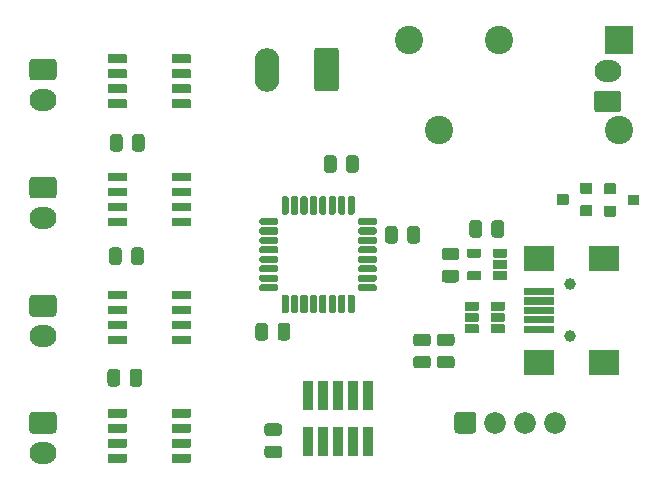
<source format=gbr>
%TF.GenerationSoftware,KiCad,Pcbnew,(5.1.7)-1*%
%TF.CreationDate,2020-10-05T16:07:03+02:00*%
%TF.ProjectId,Templogger,54656d70-6c6f-4676-9765-722e6b696361,rev?*%
%TF.SameCoordinates,Original*%
%TF.FileFunction,Soldermask,Top*%
%TF.FilePolarity,Negative*%
%FSLAX46Y46*%
G04 Gerber Fmt 4.6, Leading zero omitted, Abs format (unit mm)*
G04 Created by KiCad (PCBNEW (5.1.7)-1) date 2020-10-05 16:07:03*
%MOMM*%
%LPD*%
G01*
G04 APERTURE LIST*
%ADD10C,1.840000*%
%ADD11O,2.290000X1.840000*%
%ADD12C,2.400000*%
%ADD13C,1.000000*%
%ADD14O,2.100000X3.700000*%
G04 APERTURE END LIST*
%TO.C,R3*%
G36*
G01*
X134618750Y-104237500D02*
X135581250Y-104237500D01*
G75*
G02*
X135850000Y-104506250I0J-268750D01*
G01*
X135850000Y-105043750D01*
G75*
G02*
X135581250Y-105312500I-268750J0D01*
G01*
X134618750Y-105312500D01*
G75*
G02*
X134350000Y-105043750I0J268750D01*
G01*
X134350000Y-104506250D01*
G75*
G02*
X134618750Y-104237500I268750J0D01*
G01*
G37*
G36*
G01*
X134618750Y-102362500D02*
X135581250Y-102362500D01*
G75*
G02*
X135850000Y-102631250I0J-268750D01*
G01*
X135850000Y-103168750D01*
G75*
G02*
X135581250Y-103437500I-268750J0D01*
G01*
X134618750Y-103437500D01*
G75*
G02*
X134350000Y-103168750I0J268750D01*
G01*
X134350000Y-102631250D01*
G75*
G02*
X134618750Y-102362500I268750J0D01*
G01*
G37*
%TD*%
%TO.C,R2*%
G36*
G01*
X132618750Y-104237500D02*
X133581250Y-104237500D01*
G75*
G02*
X133850000Y-104506250I0J-268750D01*
G01*
X133850000Y-105043750D01*
G75*
G02*
X133581250Y-105312500I-268750J0D01*
G01*
X132618750Y-105312500D01*
G75*
G02*
X132350000Y-105043750I0J268750D01*
G01*
X132350000Y-104506250D01*
G75*
G02*
X132618750Y-104237500I268750J0D01*
G01*
G37*
G36*
G01*
X132618750Y-102362500D02*
X133581250Y-102362500D01*
G75*
G02*
X133850000Y-102631250I0J-268750D01*
G01*
X133850000Y-103168750D01*
G75*
G02*
X133581250Y-103437500I-268750J0D01*
G01*
X132618750Y-103437500D01*
G75*
G02*
X132350000Y-103168750I0J268750D01*
G01*
X132350000Y-102631250D01*
G75*
G02*
X132618750Y-102362500I268750J0D01*
G01*
G37*
%TD*%
D10*
%TO.C,J9*%
X144380000Y-109900000D03*
X141840000Y-109900000D03*
X139300000Y-109900000D03*
G36*
G01*
X135840000Y-110555634D02*
X135840000Y-109244366D01*
G75*
G02*
X136104366Y-108980000I264366J0D01*
G01*
X137415634Y-108980000D01*
G75*
G02*
X137680000Y-109244366I0J-264366D01*
G01*
X137680000Y-110555634D01*
G75*
G02*
X137415634Y-110820000I-264366J0D01*
G01*
X136104366Y-110820000D01*
G75*
G02*
X135840000Y-110555634I0J264366D01*
G01*
G37*
%TD*%
D11*
%TO.C,J8*%
X148800000Y-80160000D03*
G36*
G01*
X149680634Y-83620000D02*
X147919366Y-83620000D01*
G75*
G02*
X147655000Y-83355634I0J264366D01*
G01*
X147655000Y-82044366D01*
G75*
G02*
X147919366Y-81780000I264366J0D01*
G01*
X149680634Y-81780000D01*
G75*
G02*
X149945000Y-82044366I0J-264366D01*
G01*
X149945000Y-83355634D01*
G75*
G02*
X149680634Y-83620000I-264366J0D01*
G01*
G37*
%TD*%
%TO.C,C8*%
G36*
G01*
X107662500Y-95318750D02*
X107662500Y-96281250D01*
G75*
G02*
X107393750Y-96550000I-268750J0D01*
G01*
X106856250Y-96550000D01*
G75*
G02*
X106587500Y-96281250I0J268750D01*
G01*
X106587500Y-95318750D01*
G75*
G02*
X106856250Y-95050000I268750J0D01*
G01*
X107393750Y-95050000D01*
G75*
G02*
X107662500Y-95318750I0J-268750D01*
G01*
G37*
G36*
G01*
X109537500Y-95318750D02*
X109537500Y-96281250D01*
G75*
G02*
X109268750Y-96550000I-268750J0D01*
G01*
X108731250Y-96550000D01*
G75*
G02*
X108462500Y-96281250I0J268750D01*
G01*
X108462500Y-95318750D01*
G75*
G02*
X108731250Y-95050000I268750J0D01*
G01*
X109268750Y-95050000D01*
G75*
G02*
X109537500Y-95318750I0J-268750D01*
G01*
G37*
%TD*%
%TO.C,C7*%
G36*
G01*
X107737500Y-85718750D02*
X107737500Y-86681250D01*
G75*
G02*
X107468750Y-86950000I-268750J0D01*
G01*
X106931250Y-86950000D01*
G75*
G02*
X106662500Y-86681250I0J268750D01*
G01*
X106662500Y-85718750D01*
G75*
G02*
X106931250Y-85450000I268750J0D01*
G01*
X107468750Y-85450000D01*
G75*
G02*
X107737500Y-85718750I0J-268750D01*
G01*
G37*
G36*
G01*
X109612500Y-85718750D02*
X109612500Y-86681250D01*
G75*
G02*
X109343750Y-86950000I-268750J0D01*
G01*
X108806250Y-86950000D01*
G75*
G02*
X108537500Y-86681250I0J268750D01*
G01*
X108537500Y-85718750D01*
G75*
G02*
X108806250Y-85450000I268750J0D01*
G01*
X109343750Y-85450000D01*
G75*
G02*
X109612500Y-85718750I0J-268750D01*
G01*
G37*
%TD*%
%TO.C,C6*%
G36*
G01*
X107537500Y-105618750D02*
X107537500Y-106581250D01*
G75*
G02*
X107268750Y-106850000I-268750J0D01*
G01*
X106731250Y-106850000D01*
G75*
G02*
X106462500Y-106581250I0J268750D01*
G01*
X106462500Y-105618750D01*
G75*
G02*
X106731250Y-105350000I268750J0D01*
G01*
X107268750Y-105350000D01*
G75*
G02*
X107537500Y-105618750I0J-268750D01*
G01*
G37*
G36*
G01*
X109412500Y-105618750D02*
X109412500Y-106581250D01*
G75*
G02*
X109143750Y-106850000I-268750J0D01*
G01*
X108606250Y-106850000D01*
G75*
G02*
X108337500Y-106581250I0J268750D01*
G01*
X108337500Y-105618750D01*
G75*
G02*
X108606250Y-105350000I268750J0D01*
G01*
X109143750Y-105350000D01*
G75*
G02*
X109412500Y-105618750I0J-268750D01*
G01*
G37*
%TD*%
%TO.C,C5*%
G36*
G01*
X120062500Y-101718750D02*
X120062500Y-102681250D01*
G75*
G02*
X119793750Y-102950000I-268750J0D01*
G01*
X119256250Y-102950000D01*
G75*
G02*
X118987500Y-102681250I0J268750D01*
G01*
X118987500Y-101718750D01*
G75*
G02*
X119256250Y-101450000I268750J0D01*
G01*
X119793750Y-101450000D01*
G75*
G02*
X120062500Y-101718750I0J-268750D01*
G01*
G37*
G36*
G01*
X121937500Y-101718750D02*
X121937500Y-102681250D01*
G75*
G02*
X121668750Y-102950000I-268750J0D01*
G01*
X121131250Y-102950000D01*
G75*
G02*
X120862500Y-102681250I0J268750D01*
G01*
X120862500Y-101718750D01*
G75*
G02*
X121131250Y-101450000I268750J0D01*
G01*
X121668750Y-101450000D01*
G75*
G02*
X121937500Y-101718750I0J-268750D01*
G01*
G37*
%TD*%
%TO.C,C4*%
G36*
G01*
X125862500Y-87518750D02*
X125862500Y-88481250D01*
G75*
G02*
X125593750Y-88750000I-268750J0D01*
G01*
X125056250Y-88750000D01*
G75*
G02*
X124787500Y-88481250I0J268750D01*
G01*
X124787500Y-87518750D01*
G75*
G02*
X125056250Y-87250000I268750J0D01*
G01*
X125593750Y-87250000D01*
G75*
G02*
X125862500Y-87518750I0J-268750D01*
G01*
G37*
G36*
G01*
X127737500Y-87518750D02*
X127737500Y-88481250D01*
G75*
G02*
X127468750Y-88750000I-268750J0D01*
G01*
X126931250Y-88750000D01*
G75*
G02*
X126662500Y-88481250I0J268750D01*
G01*
X126662500Y-87518750D01*
G75*
G02*
X126931250Y-87250000I268750J0D01*
G01*
X127468750Y-87250000D01*
G75*
G02*
X127737500Y-87518750I0J-268750D01*
G01*
G37*
%TD*%
%TO.C,U3*%
G36*
G01*
X138080000Y-97125000D02*
X138080000Y-97775000D01*
G75*
G02*
X138030000Y-97825000I-50000J0D01*
G01*
X136970000Y-97825000D01*
G75*
G02*
X136920000Y-97775000I0J50000D01*
G01*
X136920000Y-97125000D01*
G75*
G02*
X136970000Y-97075000I50000J0D01*
G01*
X138030000Y-97075000D01*
G75*
G02*
X138080000Y-97125000I0J-50000D01*
G01*
G37*
G36*
G01*
X138080000Y-95225000D02*
X138080000Y-95875000D01*
G75*
G02*
X138030000Y-95925000I-50000J0D01*
G01*
X136970000Y-95925000D01*
G75*
G02*
X136920000Y-95875000I0J50000D01*
G01*
X136920000Y-95225000D01*
G75*
G02*
X136970000Y-95175000I50000J0D01*
G01*
X138030000Y-95175000D01*
G75*
G02*
X138080000Y-95225000I0J-50000D01*
G01*
G37*
G36*
G01*
X140280000Y-95225000D02*
X140280000Y-95875000D01*
G75*
G02*
X140230000Y-95925000I-50000J0D01*
G01*
X139170000Y-95925000D01*
G75*
G02*
X139120000Y-95875000I0J50000D01*
G01*
X139120000Y-95225000D01*
G75*
G02*
X139170000Y-95175000I50000J0D01*
G01*
X140230000Y-95175000D01*
G75*
G02*
X140280000Y-95225000I0J-50000D01*
G01*
G37*
G36*
G01*
X140280000Y-96175000D02*
X140280000Y-96825000D01*
G75*
G02*
X140230000Y-96875000I-50000J0D01*
G01*
X139170000Y-96875000D01*
G75*
G02*
X139120000Y-96825000I0J50000D01*
G01*
X139120000Y-96175000D01*
G75*
G02*
X139170000Y-96125000I50000J0D01*
G01*
X140230000Y-96125000D01*
G75*
G02*
X140280000Y-96175000I0J-50000D01*
G01*
G37*
G36*
G01*
X140280000Y-97125000D02*
X140280000Y-97775000D01*
G75*
G02*
X140230000Y-97825000I-50000J0D01*
G01*
X139170000Y-97825000D01*
G75*
G02*
X139120000Y-97775000I0J50000D01*
G01*
X139120000Y-97125000D01*
G75*
G02*
X139170000Y-97075000I50000J0D01*
G01*
X140230000Y-97075000D01*
G75*
G02*
X140280000Y-97125000I0J-50000D01*
G01*
G37*
%TD*%
%TO.C,U2*%
G36*
G01*
X138920000Y-101325000D02*
X138920000Y-100675000D01*
G75*
G02*
X138970000Y-100625000I50000J0D01*
G01*
X140030000Y-100625000D01*
G75*
G02*
X140080000Y-100675000I0J-50000D01*
G01*
X140080000Y-101325000D01*
G75*
G02*
X140030000Y-101375000I-50000J0D01*
G01*
X138970000Y-101375000D01*
G75*
G02*
X138920000Y-101325000I0J50000D01*
G01*
G37*
G36*
G01*
X138920000Y-100375000D02*
X138920000Y-99725000D01*
G75*
G02*
X138970000Y-99675000I50000J0D01*
G01*
X140030000Y-99675000D01*
G75*
G02*
X140080000Y-99725000I0J-50000D01*
G01*
X140080000Y-100375000D01*
G75*
G02*
X140030000Y-100425000I-50000J0D01*
G01*
X138970000Y-100425000D01*
G75*
G02*
X138920000Y-100375000I0J50000D01*
G01*
G37*
G36*
G01*
X138920000Y-102275000D02*
X138920000Y-101625000D01*
G75*
G02*
X138970000Y-101575000I50000J0D01*
G01*
X140030000Y-101575000D01*
G75*
G02*
X140080000Y-101625000I0J-50000D01*
G01*
X140080000Y-102275000D01*
G75*
G02*
X140030000Y-102325000I-50000J0D01*
G01*
X138970000Y-102325000D01*
G75*
G02*
X138920000Y-102275000I0J50000D01*
G01*
G37*
G36*
G01*
X136720000Y-102275000D02*
X136720000Y-101625000D01*
G75*
G02*
X136770000Y-101575000I50000J0D01*
G01*
X137830000Y-101575000D01*
G75*
G02*
X137880000Y-101625000I0J-50000D01*
G01*
X137880000Y-102275000D01*
G75*
G02*
X137830000Y-102325000I-50000J0D01*
G01*
X136770000Y-102325000D01*
G75*
G02*
X136720000Y-102275000I0J50000D01*
G01*
G37*
G36*
G01*
X136720000Y-101325000D02*
X136720000Y-100675000D01*
G75*
G02*
X136770000Y-100625000I50000J0D01*
G01*
X137830000Y-100625000D01*
G75*
G02*
X137880000Y-100675000I0J-50000D01*
G01*
X137880000Y-101325000D01*
G75*
G02*
X137830000Y-101375000I-50000J0D01*
G01*
X136770000Y-101375000D01*
G75*
G02*
X136720000Y-101325000I0J50000D01*
G01*
G37*
G36*
G01*
X136720000Y-100375000D02*
X136720000Y-99725000D01*
G75*
G02*
X136770000Y-99675000I50000J0D01*
G01*
X137830000Y-99675000D01*
G75*
G02*
X137880000Y-99725000I0J-50000D01*
G01*
X137880000Y-100375000D01*
G75*
G02*
X137830000Y-100425000I-50000J0D01*
G01*
X136770000Y-100425000D01*
G75*
G02*
X136720000Y-100375000I0J50000D01*
G01*
G37*
%TD*%
%TO.C,U1*%
G36*
G01*
X127825000Y-92575000D02*
X129125000Y-92575000D01*
G75*
G02*
X129275000Y-92725000I0J-150000D01*
G01*
X129275000Y-93025000D01*
G75*
G02*
X129125000Y-93175000I-150000J0D01*
G01*
X127825000Y-93175000D01*
G75*
G02*
X127675000Y-93025000I0J150000D01*
G01*
X127675000Y-92725000D01*
G75*
G02*
X127825000Y-92575000I150000J0D01*
G01*
G37*
G36*
G01*
X127825000Y-93375000D02*
X129125000Y-93375000D01*
G75*
G02*
X129275000Y-93525000I0J-150000D01*
G01*
X129275000Y-93825000D01*
G75*
G02*
X129125000Y-93975000I-150000J0D01*
G01*
X127825000Y-93975000D01*
G75*
G02*
X127675000Y-93825000I0J150000D01*
G01*
X127675000Y-93525000D01*
G75*
G02*
X127825000Y-93375000I150000J0D01*
G01*
G37*
G36*
G01*
X127825000Y-94175000D02*
X129125000Y-94175000D01*
G75*
G02*
X129275000Y-94325000I0J-150000D01*
G01*
X129275000Y-94625000D01*
G75*
G02*
X129125000Y-94775000I-150000J0D01*
G01*
X127825000Y-94775000D01*
G75*
G02*
X127675000Y-94625000I0J150000D01*
G01*
X127675000Y-94325000D01*
G75*
G02*
X127825000Y-94175000I150000J0D01*
G01*
G37*
G36*
G01*
X127825000Y-94975000D02*
X129125000Y-94975000D01*
G75*
G02*
X129275000Y-95125000I0J-150000D01*
G01*
X129275000Y-95425000D01*
G75*
G02*
X129125000Y-95575000I-150000J0D01*
G01*
X127825000Y-95575000D01*
G75*
G02*
X127675000Y-95425000I0J150000D01*
G01*
X127675000Y-95125000D01*
G75*
G02*
X127825000Y-94975000I150000J0D01*
G01*
G37*
G36*
G01*
X127825000Y-95775000D02*
X129125000Y-95775000D01*
G75*
G02*
X129275000Y-95925000I0J-150000D01*
G01*
X129275000Y-96225000D01*
G75*
G02*
X129125000Y-96375000I-150000J0D01*
G01*
X127825000Y-96375000D01*
G75*
G02*
X127675000Y-96225000I0J150000D01*
G01*
X127675000Y-95925000D01*
G75*
G02*
X127825000Y-95775000I150000J0D01*
G01*
G37*
G36*
G01*
X127825000Y-96575000D02*
X129125000Y-96575000D01*
G75*
G02*
X129275000Y-96725000I0J-150000D01*
G01*
X129275000Y-97025000D01*
G75*
G02*
X129125000Y-97175000I-150000J0D01*
G01*
X127825000Y-97175000D01*
G75*
G02*
X127675000Y-97025000I0J150000D01*
G01*
X127675000Y-96725000D01*
G75*
G02*
X127825000Y-96575000I150000J0D01*
G01*
G37*
G36*
G01*
X127825000Y-97375000D02*
X129125000Y-97375000D01*
G75*
G02*
X129275000Y-97525000I0J-150000D01*
G01*
X129275000Y-97825000D01*
G75*
G02*
X129125000Y-97975000I-150000J0D01*
G01*
X127825000Y-97975000D01*
G75*
G02*
X127675000Y-97825000I0J150000D01*
G01*
X127675000Y-97525000D01*
G75*
G02*
X127825000Y-97375000I150000J0D01*
G01*
G37*
G36*
G01*
X127825000Y-98175000D02*
X129125000Y-98175000D01*
G75*
G02*
X129275000Y-98325000I0J-150000D01*
G01*
X129275000Y-98625000D01*
G75*
G02*
X129125000Y-98775000I-150000J0D01*
G01*
X127825000Y-98775000D01*
G75*
G02*
X127675000Y-98625000I0J150000D01*
G01*
X127675000Y-98325000D01*
G75*
G02*
X127825000Y-98175000I150000J0D01*
G01*
G37*
G36*
G01*
X126950000Y-99050000D02*
X127250000Y-99050000D01*
G75*
G02*
X127400000Y-99200000I0J-150000D01*
G01*
X127400000Y-100500000D01*
G75*
G02*
X127250000Y-100650000I-150000J0D01*
G01*
X126950000Y-100650000D01*
G75*
G02*
X126800000Y-100500000I0J150000D01*
G01*
X126800000Y-99200000D01*
G75*
G02*
X126950000Y-99050000I150000J0D01*
G01*
G37*
G36*
G01*
X126150000Y-99050000D02*
X126450000Y-99050000D01*
G75*
G02*
X126600000Y-99200000I0J-150000D01*
G01*
X126600000Y-100500000D01*
G75*
G02*
X126450000Y-100650000I-150000J0D01*
G01*
X126150000Y-100650000D01*
G75*
G02*
X126000000Y-100500000I0J150000D01*
G01*
X126000000Y-99200000D01*
G75*
G02*
X126150000Y-99050000I150000J0D01*
G01*
G37*
G36*
G01*
X125350000Y-99050000D02*
X125650000Y-99050000D01*
G75*
G02*
X125800000Y-99200000I0J-150000D01*
G01*
X125800000Y-100500000D01*
G75*
G02*
X125650000Y-100650000I-150000J0D01*
G01*
X125350000Y-100650000D01*
G75*
G02*
X125200000Y-100500000I0J150000D01*
G01*
X125200000Y-99200000D01*
G75*
G02*
X125350000Y-99050000I150000J0D01*
G01*
G37*
G36*
G01*
X124550000Y-99050000D02*
X124850000Y-99050000D01*
G75*
G02*
X125000000Y-99200000I0J-150000D01*
G01*
X125000000Y-100500000D01*
G75*
G02*
X124850000Y-100650000I-150000J0D01*
G01*
X124550000Y-100650000D01*
G75*
G02*
X124400000Y-100500000I0J150000D01*
G01*
X124400000Y-99200000D01*
G75*
G02*
X124550000Y-99050000I150000J0D01*
G01*
G37*
G36*
G01*
X123750000Y-99050000D02*
X124050000Y-99050000D01*
G75*
G02*
X124200000Y-99200000I0J-150000D01*
G01*
X124200000Y-100500000D01*
G75*
G02*
X124050000Y-100650000I-150000J0D01*
G01*
X123750000Y-100650000D01*
G75*
G02*
X123600000Y-100500000I0J150000D01*
G01*
X123600000Y-99200000D01*
G75*
G02*
X123750000Y-99050000I150000J0D01*
G01*
G37*
G36*
G01*
X122950000Y-99050000D02*
X123250000Y-99050000D01*
G75*
G02*
X123400000Y-99200000I0J-150000D01*
G01*
X123400000Y-100500000D01*
G75*
G02*
X123250000Y-100650000I-150000J0D01*
G01*
X122950000Y-100650000D01*
G75*
G02*
X122800000Y-100500000I0J150000D01*
G01*
X122800000Y-99200000D01*
G75*
G02*
X122950000Y-99050000I150000J0D01*
G01*
G37*
G36*
G01*
X122150000Y-99050000D02*
X122450000Y-99050000D01*
G75*
G02*
X122600000Y-99200000I0J-150000D01*
G01*
X122600000Y-100500000D01*
G75*
G02*
X122450000Y-100650000I-150000J0D01*
G01*
X122150000Y-100650000D01*
G75*
G02*
X122000000Y-100500000I0J150000D01*
G01*
X122000000Y-99200000D01*
G75*
G02*
X122150000Y-99050000I150000J0D01*
G01*
G37*
G36*
G01*
X121350000Y-99050000D02*
X121650000Y-99050000D01*
G75*
G02*
X121800000Y-99200000I0J-150000D01*
G01*
X121800000Y-100500000D01*
G75*
G02*
X121650000Y-100650000I-150000J0D01*
G01*
X121350000Y-100650000D01*
G75*
G02*
X121200000Y-100500000I0J150000D01*
G01*
X121200000Y-99200000D01*
G75*
G02*
X121350000Y-99050000I150000J0D01*
G01*
G37*
G36*
G01*
X119475000Y-98175000D02*
X120775000Y-98175000D01*
G75*
G02*
X120925000Y-98325000I0J-150000D01*
G01*
X120925000Y-98625000D01*
G75*
G02*
X120775000Y-98775000I-150000J0D01*
G01*
X119475000Y-98775000D01*
G75*
G02*
X119325000Y-98625000I0J150000D01*
G01*
X119325000Y-98325000D01*
G75*
G02*
X119475000Y-98175000I150000J0D01*
G01*
G37*
G36*
G01*
X119475000Y-97375000D02*
X120775000Y-97375000D01*
G75*
G02*
X120925000Y-97525000I0J-150000D01*
G01*
X120925000Y-97825000D01*
G75*
G02*
X120775000Y-97975000I-150000J0D01*
G01*
X119475000Y-97975000D01*
G75*
G02*
X119325000Y-97825000I0J150000D01*
G01*
X119325000Y-97525000D01*
G75*
G02*
X119475000Y-97375000I150000J0D01*
G01*
G37*
G36*
G01*
X119475000Y-96575000D02*
X120775000Y-96575000D01*
G75*
G02*
X120925000Y-96725000I0J-150000D01*
G01*
X120925000Y-97025000D01*
G75*
G02*
X120775000Y-97175000I-150000J0D01*
G01*
X119475000Y-97175000D01*
G75*
G02*
X119325000Y-97025000I0J150000D01*
G01*
X119325000Y-96725000D01*
G75*
G02*
X119475000Y-96575000I150000J0D01*
G01*
G37*
G36*
G01*
X119475000Y-95775000D02*
X120775000Y-95775000D01*
G75*
G02*
X120925000Y-95925000I0J-150000D01*
G01*
X120925000Y-96225000D01*
G75*
G02*
X120775000Y-96375000I-150000J0D01*
G01*
X119475000Y-96375000D01*
G75*
G02*
X119325000Y-96225000I0J150000D01*
G01*
X119325000Y-95925000D01*
G75*
G02*
X119475000Y-95775000I150000J0D01*
G01*
G37*
G36*
G01*
X119475000Y-94975000D02*
X120775000Y-94975000D01*
G75*
G02*
X120925000Y-95125000I0J-150000D01*
G01*
X120925000Y-95425000D01*
G75*
G02*
X120775000Y-95575000I-150000J0D01*
G01*
X119475000Y-95575000D01*
G75*
G02*
X119325000Y-95425000I0J150000D01*
G01*
X119325000Y-95125000D01*
G75*
G02*
X119475000Y-94975000I150000J0D01*
G01*
G37*
G36*
G01*
X119475000Y-94175000D02*
X120775000Y-94175000D01*
G75*
G02*
X120925000Y-94325000I0J-150000D01*
G01*
X120925000Y-94625000D01*
G75*
G02*
X120775000Y-94775000I-150000J0D01*
G01*
X119475000Y-94775000D01*
G75*
G02*
X119325000Y-94625000I0J150000D01*
G01*
X119325000Y-94325000D01*
G75*
G02*
X119475000Y-94175000I150000J0D01*
G01*
G37*
G36*
G01*
X119475000Y-93375000D02*
X120775000Y-93375000D01*
G75*
G02*
X120925000Y-93525000I0J-150000D01*
G01*
X120925000Y-93825000D01*
G75*
G02*
X120775000Y-93975000I-150000J0D01*
G01*
X119475000Y-93975000D01*
G75*
G02*
X119325000Y-93825000I0J150000D01*
G01*
X119325000Y-93525000D01*
G75*
G02*
X119475000Y-93375000I150000J0D01*
G01*
G37*
G36*
G01*
X119475000Y-92575000D02*
X120775000Y-92575000D01*
G75*
G02*
X120925000Y-92725000I0J-150000D01*
G01*
X120925000Y-93025000D01*
G75*
G02*
X120775000Y-93175000I-150000J0D01*
G01*
X119475000Y-93175000D01*
G75*
G02*
X119325000Y-93025000I0J150000D01*
G01*
X119325000Y-92725000D01*
G75*
G02*
X119475000Y-92575000I150000J0D01*
G01*
G37*
G36*
G01*
X121350000Y-90700000D02*
X121650000Y-90700000D01*
G75*
G02*
X121800000Y-90850000I0J-150000D01*
G01*
X121800000Y-92150000D01*
G75*
G02*
X121650000Y-92300000I-150000J0D01*
G01*
X121350000Y-92300000D01*
G75*
G02*
X121200000Y-92150000I0J150000D01*
G01*
X121200000Y-90850000D01*
G75*
G02*
X121350000Y-90700000I150000J0D01*
G01*
G37*
G36*
G01*
X122150000Y-90700000D02*
X122450000Y-90700000D01*
G75*
G02*
X122600000Y-90850000I0J-150000D01*
G01*
X122600000Y-92150000D01*
G75*
G02*
X122450000Y-92300000I-150000J0D01*
G01*
X122150000Y-92300000D01*
G75*
G02*
X122000000Y-92150000I0J150000D01*
G01*
X122000000Y-90850000D01*
G75*
G02*
X122150000Y-90700000I150000J0D01*
G01*
G37*
G36*
G01*
X122950000Y-90700000D02*
X123250000Y-90700000D01*
G75*
G02*
X123400000Y-90850000I0J-150000D01*
G01*
X123400000Y-92150000D01*
G75*
G02*
X123250000Y-92300000I-150000J0D01*
G01*
X122950000Y-92300000D01*
G75*
G02*
X122800000Y-92150000I0J150000D01*
G01*
X122800000Y-90850000D01*
G75*
G02*
X122950000Y-90700000I150000J0D01*
G01*
G37*
G36*
G01*
X123750000Y-90700000D02*
X124050000Y-90700000D01*
G75*
G02*
X124200000Y-90850000I0J-150000D01*
G01*
X124200000Y-92150000D01*
G75*
G02*
X124050000Y-92300000I-150000J0D01*
G01*
X123750000Y-92300000D01*
G75*
G02*
X123600000Y-92150000I0J150000D01*
G01*
X123600000Y-90850000D01*
G75*
G02*
X123750000Y-90700000I150000J0D01*
G01*
G37*
G36*
G01*
X124550000Y-90700000D02*
X124850000Y-90700000D01*
G75*
G02*
X125000000Y-90850000I0J-150000D01*
G01*
X125000000Y-92150000D01*
G75*
G02*
X124850000Y-92300000I-150000J0D01*
G01*
X124550000Y-92300000D01*
G75*
G02*
X124400000Y-92150000I0J150000D01*
G01*
X124400000Y-90850000D01*
G75*
G02*
X124550000Y-90700000I150000J0D01*
G01*
G37*
G36*
G01*
X125350000Y-90700000D02*
X125650000Y-90700000D01*
G75*
G02*
X125800000Y-90850000I0J-150000D01*
G01*
X125800000Y-92150000D01*
G75*
G02*
X125650000Y-92300000I-150000J0D01*
G01*
X125350000Y-92300000D01*
G75*
G02*
X125200000Y-92150000I0J150000D01*
G01*
X125200000Y-90850000D01*
G75*
G02*
X125350000Y-90700000I150000J0D01*
G01*
G37*
G36*
G01*
X126150000Y-90700000D02*
X126450000Y-90700000D01*
G75*
G02*
X126600000Y-90850000I0J-150000D01*
G01*
X126600000Y-92150000D01*
G75*
G02*
X126450000Y-92300000I-150000J0D01*
G01*
X126150000Y-92300000D01*
G75*
G02*
X126000000Y-92150000I0J150000D01*
G01*
X126000000Y-90850000D01*
G75*
G02*
X126150000Y-90700000I150000J0D01*
G01*
G37*
G36*
G01*
X126950000Y-90700000D02*
X127250000Y-90700000D01*
G75*
G02*
X127400000Y-90850000I0J-150000D01*
G01*
X127400000Y-92150000D01*
G75*
G02*
X127250000Y-92300000I-150000J0D01*
G01*
X126950000Y-92300000D01*
G75*
G02*
X126800000Y-92150000I0J150000D01*
G01*
X126800000Y-90850000D01*
G75*
G02*
X126950000Y-90700000I150000J0D01*
G01*
G37*
%TD*%
%TO.C,R1*%
G36*
G01*
X131837500Y-94481250D02*
X131837500Y-93518750D01*
G75*
G02*
X132106250Y-93250000I268750J0D01*
G01*
X132643750Y-93250000D01*
G75*
G02*
X132912500Y-93518750I0J-268750D01*
G01*
X132912500Y-94481250D01*
G75*
G02*
X132643750Y-94750000I-268750J0D01*
G01*
X132106250Y-94750000D01*
G75*
G02*
X131837500Y-94481250I0J268750D01*
G01*
G37*
G36*
G01*
X129962500Y-94481250D02*
X129962500Y-93518750D01*
G75*
G02*
X130231250Y-93250000I268750J0D01*
G01*
X130768750Y-93250000D01*
G75*
G02*
X131037500Y-93518750I0J-268750D01*
G01*
X131037500Y-94481250D01*
G75*
G02*
X130768750Y-94750000I-268750J0D01*
G01*
X130231250Y-94750000D01*
G75*
G02*
X129962500Y-94481250I0J268750D01*
G01*
G37*
%TD*%
%TO.C,Q1*%
G36*
G01*
X145500000Y-90600000D02*
X145500000Y-91400000D01*
G75*
G02*
X145450000Y-91450000I-50000J0D01*
G01*
X144550000Y-91450000D01*
G75*
G02*
X144500000Y-91400000I0J50000D01*
G01*
X144500000Y-90600000D01*
G75*
G02*
X144550000Y-90550000I50000J0D01*
G01*
X145450000Y-90550000D01*
G75*
G02*
X145500000Y-90600000I0J-50000D01*
G01*
G37*
G36*
G01*
X147500000Y-89650000D02*
X147500000Y-90450000D01*
G75*
G02*
X147450000Y-90500000I-50000J0D01*
G01*
X146550000Y-90500000D01*
G75*
G02*
X146500000Y-90450000I0J50000D01*
G01*
X146500000Y-89650000D01*
G75*
G02*
X146550000Y-89600000I50000J0D01*
G01*
X147450000Y-89600000D01*
G75*
G02*
X147500000Y-89650000I0J-50000D01*
G01*
G37*
G36*
G01*
X147500000Y-91550000D02*
X147500000Y-92350000D01*
G75*
G02*
X147450000Y-92400000I-50000J0D01*
G01*
X146550000Y-92400000D01*
G75*
G02*
X146500000Y-92350000I0J50000D01*
G01*
X146500000Y-91550000D01*
G75*
G02*
X146550000Y-91500000I50000J0D01*
G01*
X147450000Y-91500000D01*
G75*
G02*
X147500000Y-91550000I0J-50000D01*
G01*
G37*
%TD*%
D12*
%TO.C,K1*%
X149780000Y-85120000D03*
X134540000Y-85120000D03*
X132000000Y-77500000D03*
X139620000Y-77500000D03*
G36*
G01*
X148580000Y-78650000D02*
X148580000Y-76350000D01*
G75*
G02*
X148630000Y-76300000I50000J0D01*
G01*
X150930000Y-76300000D01*
G75*
G02*
X150980000Y-76350000I0J-50000D01*
G01*
X150980000Y-78650000D01*
G75*
G02*
X150930000Y-78700000I-50000J0D01*
G01*
X148630000Y-78700000D01*
G75*
G02*
X148580000Y-78650000I0J50000D01*
G01*
G37*
%TD*%
D13*
%TO.C,J7*%
X145600000Y-98200000D03*
X145600000Y-102600000D03*
G36*
G01*
X144250000Y-99100000D02*
X141750000Y-99100000D01*
G75*
G02*
X141700000Y-99050000I0J50000D01*
G01*
X141700000Y-98550000D01*
G75*
G02*
X141750000Y-98500000I50000J0D01*
G01*
X144250000Y-98500000D01*
G75*
G02*
X144300000Y-98550000I0J-50000D01*
G01*
X144300000Y-99050000D01*
G75*
G02*
X144250000Y-99100000I-50000J0D01*
G01*
G37*
G36*
G01*
X144250000Y-99900000D02*
X141750000Y-99900000D01*
G75*
G02*
X141700000Y-99850000I0J50000D01*
G01*
X141700000Y-99350000D01*
G75*
G02*
X141750000Y-99300000I50000J0D01*
G01*
X144250000Y-99300000D01*
G75*
G02*
X144300000Y-99350000I0J-50000D01*
G01*
X144300000Y-99850000D01*
G75*
G02*
X144250000Y-99900000I-50000J0D01*
G01*
G37*
G36*
G01*
X144250000Y-100700000D02*
X141750000Y-100700000D01*
G75*
G02*
X141700000Y-100650000I0J50000D01*
G01*
X141700000Y-100150000D01*
G75*
G02*
X141750000Y-100100000I50000J0D01*
G01*
X144250000Y-100100000D01*
G75*
G02*
X144300000Y-100150000I0J-50000D01*
G01*
X144300000Y-100650000D01*
G75*
G02*
X144250000Y-100700000I-50000J0D01*
G01*
G37*
G36*
G01*
X144250000Y-101500000D02*
X141750000Y-101500000D01*
G75*
G02*
X141700000Y-101450000I0J50000D01*
G01*
X141700000Y-100950000D01*
G75*
G02*
X141750000Y-100900000I50000J0D01*
G01*
X144250000Y-100900000D01*
G75*
G02*
X144300000Y-100950000I0J-50000D01*
G01*
X144300000Y-101450000D01*
G75*
G02*
X144250000Y-101500000I-50000J0D01*
G01*
G37*
G36*
G01*
X144250000Y-102300000D02*
X141750000Y-102300000D01*
G75*
G02*
X141700000Y-102250000I0J50000D01*
G01*
X141700000Y-101750000D01*
G75*
G02*
X141750000Y-101700000I50000J0D01*
G01*
X144250000Y-101700000D01*
G75*
G02*
X144300000Y-101750000I0J-50000D01*
G01*
X144300000Y-102250000D01*
G75*
G02*
X144250000Y-102300000I-50000J0D01*
G01*
G37*
G36*
G01*
X144250000Y-97050000D02*
X141750000Y-97050000D01*
G75*
G02*
X141700000Y-97000000I0J50000D01*
G01*
X141700000Y-95000000D01*
G75*
G02*
X141750000Y-94950000I50000J0D01*
G01*
X144250000Y-94950000D01*
G75*
G02*
X144300000Y-95000000I0J-50000D01*
G01*
X144300000Y-97000000D01*
G75*
G02*
X144250000Y-97050000I-50000J0D01*
G01*
G37*
G36*
G01*
X144250000Y-105850000D02*
X141750000Y-105850000D01*
G75*
G02*
X141700000Y-105800000I0J50000D01*
G01*
X141700000Y-103800000D01*
G75*
G02*
X141750000Y-103750000I50000J0D01*
G01*
X144250000Y-103750000D01*
G75*
G02*
X144300000Y-103800000I0J-50000D01*
G01*
X144300000Y-105800000D01*
G75*
G02*
X144250000Y-105850000I-50000J0D01*
G01*
G37*
G36*
G01*
X149750000Y-97050000D02*
X147250000Y-97050000D01*
G75*
G02*
X147200000Y-97000000I0J50000D01*
G01*
X147200000Y-95000000D01*
G75*
G02*
X147250000Y-94950000I50000J0D01*
G01*
X149750000Y-94950000D01*
G75*
G02*
X149800000Y-95000000I0J-50000D01*
G01*
X149800000Y-97000000D01*
G75*
G02*
X149750000Y-97050000I-50000J0D01*
G01*
G37*
G36*
G01*
X149750000Y-105850000D02*
X147250000Y-105850000D01*
G75*
G02*
X147200000Y-105800000I0J50000D01*
G01*
X147200000Y-103800000D01*
G75*
G02*
X147250000Y-103750000I50000J0D01*
G01*
X149750000Y-103750000D01*
G75*
G02*
X149800000Y-103800000I0J-50000D01*
G01*
X149800000Y-105800000D01*
G75*
G02*
X149750000Y-105850000I-50000J0D01*
G01*
G37*
%TD*%
%TO.C,J6*%
G36*
G01*
X123090000Y-110250000D02*
X123830000Y-110250000D01*
G75*
G02*
X123880000Y-110300000I0J-50000D01*
G01*
X123880000Y-112700000D01*
G75*
G02*
X123830000Y-112750000I-50000J0D01*
G01*
X123090000Y-112750000D01*
G75*
G02*
X123040000Y-112700000I0J50000D01*
G01*
X123040000Y-110300000D01*
G75*
G02*
X123090000Y-110250000I50000J0D01*
G01*
G37*
G36*
G01*
X123090000Y-106350000D02*
X123830000Y-106350000D01*
G75*
G02*
X123880000Y-106400000I0J-50000D01*
G01*
X123880000Y-108800000D01*
G75*
G02*
X123830000Y-108850000I-50000J0D01*
G01*
X123090000Y-108850000D01*
G75*
G02*
X123040000Y-108800000I0J50000D01*
G01*
X123040000Y-106400000D01*
G75*
G02*
X123090000Y-106350000I50000J0D01*
G01*
G37*
G36*
G01*
X124360000Y-110250000D02*
X125100000Y-110250000D01*
G75*
G02*
X125150000Y-110300000I0J-50000D01*
G01*
X125150000Y-112700000D01*
G75*
G02*
X125100000Y-112750000I-50000J0D01*
G01*
X124360000Y-112750000D01*
G75*
G02*
X124310000Y-112700000I0J50000D01*
G01*
X124310000Y-110300000D01*
G75*
G02*
X124360000Y-110250000I50000J0D01*
G01*
G37*
G36*
G01*
X124360000Y-106350000D02*
X125100000Y-106350000D01*
G75*
G02*
X125150000Y-106400000I0J-50000D01*
G01*
X125150000Y-108800000D01*
G75*
G02*
X125100000Y-108850000I-50000J0D01*
G01*
X124360000Y-108850000D01*
G75*
G02*
X124310000Y-108800000I0J50000D01*
G01*
X124310000Y-106400000D01*
G75*
G02*
X124360000Y-106350000I50000J0D01*
G01*
G37*
G36*
G01*
X125630000Y-110250000D02*
X126370000Y-110250000D01*
G75*
G02*
X126420000Y-110300000I0J-50000D01*
G01*
X126420000Y-112700000D01*
G75*
G02*
X126370000Y-112750000I-50000J0D01*
G01*
X125630000Y-112750000D01*
G75*
G02*
X125580000Y-112700000I0J50000D01*
G01*
X125580000Y-110300000D01*
G75*
G02*
X125630000Y-110250000I50000J0D01*
G01*
G37*
G36*
G01*
X125630000Y-106350000D02*
X126370000Y-106350000D01*
G75*
G02*
X126420000Y-106400000I0J-50000D01*
G01*
X126420000Y-108800000D01*
G75*
G02*
X126370000Y-108850000I-50000J0D01*
G01*
X125630000Y-108850000D01*
G75*
G02*
X125580000Y-108800000I0J50000D01*
G01*
X125580000Y-106400000D01*
G75*
G02*
X125630000Y-106350000I50000J0D01*
G01*
G37*
G36*
G01*
X126900000Y-110250000D02*
X127640000Y-110250000D01*
G75*
G02*
X127690000Y-110300000I0J-50000D01*
G01*
X127690000Y-112700000D01*
G75*
G02*
X127640000Y-112750000I-50000J0D01*
G01*
X126900000Y-112750000D01*
G75*
G02*
X126850000Y-112700000I0J50000D01*
G01*
X126850000Y-110300000D01*
G75*
G02*
X126900000Y-110250000I50000J0D01*
G01*
G37*
G36*
G01*
X126900000Y-106350000D02*
X127640000Y-106350000D01*
G75*
G02*
X127690000Y-106400000I0J-50000D01*
G01*
X127690000Y-108800000D01*
G75*
G02*
X127640000Y-108850000I-50000J0D01*
G01*
X126900000Y-108850000D01*
G75*
G02*
X126850000Y-108800000I0J50000D01*
G01*
X126850000Y-106400000D01*
G75*
G02*
X126900000Y-106350000I50000J0D01*
G01*
G37*
G36*
G01*
X128170000Y-110250000D02*
X128910000Y-110250000D01*
G75*
G02*
X128960000Y-110300000I0J-50000D01*
G01*
X128960000Y-112700000D01*
G75*
G02*
X128910000Y-112750000I-50000J0D01*
G01*
X128170000Y-112750000D01*
G75*
G02*
X128120000Y-112700000I0J50000D01*
G01*
X128120000Y-110300000D01*
G75*
G02*
X128170000Y-110250000I50000J0D01*
G01*
G37*
G36*
G01*
X128170000Y-106350000D02*
X128910000Y-106350000D01*
G75*
G02*
X128960000Y-106400000I0J-50000D01*
G01*
X128960000Y-108800000D01*
G75*
G02*
X128910000Y-108850000I-50000J0D01*
G01*
X128170000Y-108850000D01*
G75*
G02*
X128120000Y-108800000I0J50000D01*
G01*
X128120000Y-106400000D01*
G75*
G02*
X128170000Y-106350000I50000J0D01*
G01*
G37*
%TD*%
D14*
%TO.C,J5*%
X120000000Y-80000000D03*
G36*
G01*
X126050000Y-78412500D02*
X126050000Y-81587500D01*
G75*
G02*
X125787500Y-81850000I-262500J0D01*
G01*
X124212500Y-81850000D01*
G75*
G02*
X123950000Y-81587500I0J262500D01*
G01*
X123950000Y-78412500D01*
G75*
G02*
X124212500Y-78150000I262500J0D01*
G01*
X125787500Y-78150000D01*
G75*
G02*
X126050000Y-78412500I0J-262500D01*
G01*
G37*
%TD*%
D11*
%TO.C,J4*%
X101000000Y-112440000D03*
G36*
G01*
X100119366Y-108980000D02*
X101880634Y-108980000D01*
G75*
G02*
X102145000Y-109244366I0J-264366D01*
G01*
X102145000Y-110555634D01*
G75*
G02*
X101880634Y-110820000I-264366J0D01*
G01*
X100119366Y-110820000D01*
G75*
G02*
X99855000Y-110555634I0J264366D01*
G01*
X99855000Y-109244366D01*
G75*
G02*
X100119366Y-108980000I264366J0D01*
G01*
G37*
%TD*%
%TO.C,J3*%
X101000000Y-102540000D03*
G36*
G01*
X100119366Y-99080000D02*
X101880634Y-99080000D01*
G75*
G02*
X102145000Y-99344366I0J-264366D01*
G01*
X102145000Y-100655634D01*
G75*
G02*
X101880634Y-100920000I-264366J0D01*
G01*
X100119366Y-100920000D01*
G75*
G02*
X99855000Y-100655634I0J264366D01*
G01*
X99855000Y-99344366D01*
G75*
G02*
X100119366Y-99080000I264366J0D01*
G01*
G37*
%TD*%
%TO.C,J2*%
X101000000Y-92540000D03*
G36*
G01*
X100119366Y-89080000D02*
X101880634Y-89080000D01*
G75*
G02*
X102145000Y-89344366I0J-264366D01*
G01*
X102145000Y-90655634D01*
G75*
G02*
X101880634Y-90920000I-264366J0D01*
G01*
X100119366Y-90920000D01*
G75*
G02*
X99855000Y-90655634I0J264366D01*
G01*
X99855000Y-89344366D01*
G75*
G02*
X100119366Y-89080000I264366J0D01*
G01*
G37*
%TD*%
%TO.C,J1*%
X101000000Y-82540000D03*
G36*
G01*
X100119366Y-79080000D02*
X101880634Y-79080000D01*
G75*
G02*
X102145000Y-79344366I0J-264366D01*
G01*
X102145000Y-80655634D01*
G75*
G02*
X101880634Y-80920000I-264366J0D01*
G01*
X100119366Y-80920000D01*
G75*
G02*
X99855000Y-80655634I0J264366D01*
G01*
X99855000Y-79344366D01*
G75*
G02*
X100119366Y-79080000I264366J0D01*
G01*
G37*
%TD*%
%TO.C,IC4*%
G36*
G01*
X113474500Y-109470000D02*
X111949500Y-109470000D01*
G75*
G02*
X111899500Y-109420000I0J50000D01*
G01*
X111899500Y-108770000D01*
G75*
G02*
X111949500Y-108720000I50000J0D01*
G01*
X113474500Y-108720000D01*
G75*
G02*
X113524500Y-108770000I0J-50000D01*
G01*
X113524500Y-109420000D01*
G75*
G02*
X113474500Y-109470000I-50000J0D01*
G01*
G37*
G36*
G01*
X113474500Y-110740000D02*
X111949500Y-110740000D01*
G75*
G02*
X111899500Y-110690000I0J50000D01*
G01*
X111899500Y-110040000D01*
G75*
G02*
X111949500Y-109990000I50000J0D01*
G01*
X113474500Y-109990000D01*
G75*
G02*
X113524500Y-110040000I0J-50000D01*
G01*
X113524500Y-110690000D01*
G75*
G02*
X113474500Y-110740000I-50000J0D01*
G01*
G37*
G36*
G01*
X113474500Y-112010000D02*
X111949500Y-112010000D01*
G75*
G02*
X111899500Y-111960000I0J50000D01*
G01*
X111899500Y-111310000D01*
G75*
G02*
X111949500Y-111260000I50000J0D01*
G01*
X113474500Y-111260000D01*
G75*
G02*
X113524500Y-111310000I0J-50000D01*
G01*
X113524500Y-111960000D01*
G75*
G02*
X113474500Y-112010000I-50000J0D01*
G01*
G37*
G36*
G01*
X113474500Y-113280000D02*
X111949500Y-113280000D01*
G75*
G02*
X111899500Y-113230000I0J50000D01*
G01*
X111899500Y-112580000D01*
G75*
G02*
X111949500Y-112530000I50000J0D01*
G01*
X113474500Y-112530000D01*
G75*
G02*
X113524500Y-112580000I0J-50000D01*
G01*
X113524500Y-113230000D01*
G75*
G02*
X113474500Y-113280000I-50000J0D01*
G01*
G37*
G36*
G01*
X108050500Y-113280000D02*
X106525500Y-113280000D01*
G75*
G02*
X106475500Y-113230000I0J50000D01*
G01*
X106475500Y-112580000D01*
G75*
G02*
X106525500Y-112530000I50000J0D01*
G01*
X108050500Y-112530000D01*
G75*
G02*
X108100500Y-112580000I0J-50000D01*
G01*
X108100500Y-113230000D01*
G75*
G02*
X108050500Y-113280000I-50000J0D01*
G01*
G37*
G36*
G01*
X108050500Y-112010000D02*
X106525500Y-112010000D01*
G75*
G02*
X106475500Y-111960000I0J50000D01*
G01*
X106475500Y-111310000D01*
G75*
G02*
X106525500Y-111260000I50000J0D01*
G01*
X108050500Y-111260000D01*
G75*
G02*
X108100500Y-111310000I0J-50000D01*
G01*
X108100500Y-111960000D01*
G75*
G02*
X108050500Y-112010000I-50000J0D01*
G01*
G37*
G36*
G01*
X108050500Y-110740000D02*
X106525500Y-110740000D01*
G75*
G02*
X106475500Y-110690000I0J50000D01*
G01*
X106475500Y-110040000D01*
G75*
G02*
X106525500Y-109990000I50000J0D01*
G01*
X108050500Y-109990000D01*
G75*
G02*
X108100500Y-110040000I0J-50000D01*
G01*
X108100500Y-110690000D01*
G75*
G02*
X108050500Y-110740000I-50000J0D01*
G01*
G37*
G36*
G01*
X108050500Y-109470000D02*
X106525500Y-109470000D01*
G75*
G02*
X106475500Y-109420000I0J50000D01*
G01*
X106475500Y-108770000D01*
G75*
G02*
X106525500Y-108720000I50000J0D01*
G01*
X108050500Y-108720000D01*
G75*
G02*
X108100500Y-108770000I0J-50000D01*
G01*
X108100500Y-109420000D01*
G75*
G02*
X108050500Y-109470000I-50000J0D01*
G01*
G37*
%TD*%
%TO.C,IC3*%
G36*
G01*
X113474500Y-99470000D02*
X111949500Y-99470000D01*
G75*
G02*
X111899500Y-99420000I0J50000D01*
G01*
X111899500Y-98770000D01*
G75*
G02*
X111949500Y-98720000I50000J0D01*
G01*
X113474500Y-98720000D01*
G75*
G02*
X113524500Y-98770000I0J-50000D01*
G01*
X113524500Y-99420000D01*
G75*
G02*
X113474500Y-99470000I-50000J0D01*
G01*
G37*
G36*
G01*
X113474500Y-100740000D02*
X111949500Y-100740000D01*
G75*
G02*
X111899500Y-100690000I0J50000D01*
G01*
X111899500Y-100040000D01*
G75*
G02*
X111949500Y-99990000I50000J0D01*
G01*
X113474500Y-99990000D01*
G75*
G02*
X113524500Y-100040000I0J-50000D01*
G01*
X113524500Y-100690000D01*
G75*
G02*
X113474500Y-100740000I-50000J0D01*
G01*
G37*
G36*
G01*
X113474500Y-102010000D02*
X111949500Y-102010000D01*
G75*
G02*
X111899500Y-101960000I0J50000D01*
G01*
X111899500Y-101310000D01*
G75*
G02*
X111949500Y-101260000I50000J0D01*
G01*
X113474500Y-101260000D01*
G75*
G02*
X113524500Y-101310000I0J-50000D01*
G01*
X113524500Y-101960000D01*
G75*
G02*
X113474500Y-102010000I-50000J0D01*
G01*
G37*
G36*
G01*
X113474500Y-103280000D02*
X111949500Y-103280000D01*
G75*
G02*
X111899500Y-103230000I0J50000D01*
G01*
X111899500Y-102580000D01*
G75*
G02*
X111949500Y-102530000I50000J0D01*
G01*
X113474500Y-102530000D01*
G75*
G02*
X113524500Y-102580000I0J-50000D01*
G01*
X113524500Y-103230000D01*
G75*
G02*
X113474500Y-103280000I-50000J0D01*
G01*
G37*
G36*
G01*
X108050500Y-103280000D02*
X106525500Y-103280000D01*
G75*
G02*
X106475500Y-103230000I0J50000D01*
G01*
X106475500Y-102580000D01*
G75*
G02*
X106525500Y-102530000I50000J0D01*
G01*
X108050500Y-102530000D01*
G75*
G02*
X108100500Y-102580000I0J-50000D01*
G01*
X108100500Y-103230000D01*
G75*
G02*
X108050500Y-103280000I-50000J0D01*
G01*
G37*
G36*
G01*
X108050500Y-102010000D02*
X106525500Y-102010000D01*
G75*
G02*
X106475500Y-101960000I0J50000D01*
G01*
X106475500Y-101310000D01*
G75*
G02*
X106525500Y-101260000I50000J0D01*
G01*
X108050500Y-101260000D01*
G75*
G02*
X108100500Y-101310000I0J-50000D01*
G01*
X108100500Y-101960000D01*
G75*
G02*
X108050500Y-102010000I-50000J0D01*
G01*
G37*
G36*
G01*
X108050500Y-100740000D02*
X106525500Y-100740000D01*
G75*
G02*
X106475500Y-100690000I0J50000D01*
G01*
X106475500Y-100040000D01*
G75*
G02*
X106525500Y-99990000I50000J0D01*
G01*
X108050500Y-99990000D01*
G75*
G02*
X108100500Y-100040000I0J-50000D01*
G01*
X108100500Y-100690000D01*
G75*
G02*
X108050500Y-100740000I-50000J0D01*
G01*
G37*
G36*
G01*
X108050500Y-99470000D02*
X106525500Y-99470000D01*
G75*
G02*
X106475500Y-99420000I0J50000D01*
G01*
X106475500Y-98770000D01*
G75*
G02*
X106525500Y-98720000I50000J0D01*
G01*
X108050500Y-98720000D01*
G75*
G02*
X108100500Y-98770000I0J-50000D01*
G01*
X108100500Y-99420000D01*
G75*
G02*
X108050500Y-99470000I-50000J0D01*
G01*
G37*
%TD*%
%TO.C,IC2*%
G36*
G01*
X113474500Y-89470000D02*
X111949500Y-89470000D01*
G75*
G02*
X111899500Y-89420000I0J50000D01*
G01*
X111899500Y-88770000D01*
G75*
G02*
X111949500Y-88720000I50000J0D01*
G01*
X113474500Y-88720000D01*
G75*
G02*
X113524500Y-88770000I0J-50000D01*
G01*
X113524500Y-89420000D01*
G75*
G02*
X113474500Y-89470000I-50000J0D01*
G01*
G37*
G36*
G01*
X113474500Y-90740000D02*
X111949500Y-90740000D01*
G75*
G02*
X111899500Y-90690000I0J50000D01*
G01*
X111899500Y-90040000D01*
G75*
G02*
X111949500Y-89990000I50000J0D01*
G01*
X113474500Y-89990000D01*
G75*
G02*
X113524500Y-90040000I0J-50000D01*
G01*
X113524500Y-90690000D01*
G75*
G02*
X113474500Y-90740000I-50000J0D01*
G01*
G37*
G36*
G01*
X113474500Y-92010000D02*
X111949500Y-92010000D01*
G75*
G02*
X111899500Y-91960000I0J50000D01*
G01*
X111899500Y-91310000D01*
G75*
G02*
X111949500Y-91260000I50000J0D01*
G01*
X113474500Y-91260000D01*
G75*
G02*
X113524500Y-91310000I0J-50000D01*
G01*
X113524500Y-91960000D01*
G75*
G02*
X113474500Y-92010000I-50000J0D01*
G01*
G37*
G36*
G01*
X113474500Y-93280000D02*
X111949500Y-93280000D01*
G75*
G02*
X111899500Y-93230000I0J50000D01*
G01*
X111899500Y-92580000D01*
G75*
G02*
X111949500Y-92530000I50000J0D01*
G01*
X113474500Y-92530000D01*
G75*
G02*
X113524500Y-92580000I0J-50000D01*
G01*
X113524500Y-93230000D01*
G75*
G02*
X113474500Y-93280000I-50000J0D01*
G01*
G37*
G36*
G01*
X108050500Y-93280000D02*
X106525500Y-93280000D01*
G75*
G02*
X106475500Y-93230000I0J50000D01*
G01*
X106475500Y-92580000D01*
G75*
G02*
X106525500Y-92530000I50000J0D01*
G01*
X108050500Y-92530000D01*
G75*
G02*
X108100500Y-92580000I0J-50000D01*
G01*
X108100500Y-93230000D01*
G75*
G02*
X108050500Y-93280000I-50000J0D01*
G01*
G37*
G36*
G01*
X108050500Y-92010000D02*
X106525500Y-92010000D01*
G75*
G02*
X106475500Y-91960000I0J50000D01*
G01*
X106475500Y-91310000D01*
G75*
G02*
X106525500Y-91260000I50000J0D01*
G01*
X108050500Y-91260000D01*
G75*
G02*
X108100500Y-91310000I0J-50000D01*
G01*
X108100500Y-91960000D01*
G75*
G02*
X108050500Y-92010000I-50000J0D01*
G01*
G37*
G36*
G01*
X108050500Y-90740000D02*
X106525500Y-90740000D01*
G75*
G02*
X106475500Y-90690000I0J50000D01*
G01*
X106475500Y-90040000D01*
G75*
G02*
X106525500Y-89990000I50000J0D01*
G01*
X108050500Y-89990000D01*
G75*
G02*
X108100500Y-90040000I0J-50000D01*
G01*
X108100500Y-90690000D01*
G75*
G02*
X108050500Y-90740000I-50000J0D01*
G01*
G37*
G36*
G01*
X108050500Y-89470000D02*
X106525500Y-89470000D01*
G75*
G02*
X106475500Y-89420000I0J50000D01*
G01*
X106475500Y-88770000D01*
G75*
G02*
X106525500Y-88720000I50000J0D01*
G01*
X108050500Y-88720000D01*
G75*
G02*
X108100500Y-88770000I0J-50000D01*
G01*
X108100500Y-89420000D01*
G75*
G02*
X108050500Y-89470000I-50000J0D01*
G01*
G37*
%TD*%
%TO.C,IC1*%
G36*
G01*
X113474500Y-79470000D02*
X111949500Y-79470000D01*
G75*
G02*
X111899500Y-79420000I0J50000D01*
G01*
X111899500Y-78770000D01*
G75*
G02*
X111949500Y-78720000I50000J0D01*
G01*
X113474500Y-78720000D01*
G75*
G02*
X113524500Y-78770000I0J-50000D01*
G01*
X113524500Y-79420000D01*
G75*
G02*
X113474500Y-79470000I-50000J0D01*
G01*
G37*
G36*
G01*
X113474500Y-80740000D02*
X111949500Y-80740000D01*
G75*
G02*
X111899500Y-80690000I0J50000D01*
G01*
X111899500Y-80040000D01*
G75*
G02*
X111949500Y-79990000I50000J0D01*
G01*
X113474500Y-79990000D01*
G75*
G02*
X113524500Y-80040000I0J-50000D01*
G01*
X113524500Y-80690000D01*
G75*
G02*
X113474500Y-80740000I-50000J0D01*
G01*
G37*
G36*
G01*
X113474500Y-82010000D02*
X111949500Y-82010000D01*
G75*
G02*
X111899500Y-81960000I0J50000D01*
G01*
X111899500Y-81310000D01*
G75*
G02*
X111949500Y-81260000I50000J0D01*
G01*
X113474500Y-81260000D01*
G75*
G02*
X113524500Y-81310000I0J-50000D01*
G01*
X113524500Y-81960000D01*
G75*
G02*
X113474500Y-82010000I-50000J0D01*
G01*
G37*
G36*
G01*
X113474500Y-83280000D02*
X111949500Y-83280000D01*
G75*
G02*
X111899500Y-83230000I0J50000D01*
G01*
X111899500Y-82580000D01*
G75*
G02*
X111949500Y-82530000I50000J0D01*
G01*
X113474500Y-82530000D01*
G75*
G02*
X113524500Y-82580000I0J-50000D01*
G01*
X113524500Y-83230000D01*
G75*
G02*
X113474500Y-83280000I-50000J0D01*
G01*
G37*
G36*
G01*
X108050500Y-83280000D02*
X106525500Y-83280000D01*
G75*
G02*
X106475500Y-83230000I0J50000D01*
G01*
X106475500Y-82580000D01*
G75*
G02*
X106525500Y-82530000I50000J0D01*
G01*
X108050500Y-82530000D01*
G75*
G02*
X108100500Y-82580000I0J-50000D01*
G01*
X108100500Y-83230000D01*
G75*
G02*
X108050500Y-83280000I-50000J0D01*
G01*
G37*
G36*
G01*
X108050500Y-82010000D02*
X106525500Y-82010000D01*
G75*
G02*
X106475500Y-81960000I0J50000D01*
G01*
X106475500Y-81310000D01*
G75*
G02*
X106525500Y-81260000I50000J0D01*
G01*
X108050500Y-81260000D01*
G75*
G02*
X108100500Y-81310000I0J-50000D01*
G01*
X108100500Y-81960000D01*
G75*
G02*
X108050500Y-82010000I-50000J0D01*
G01*
G37*
G36*
G01*
X108050500Y-80740000D02*
X106525500Y-80740000D01*
G75*
G02*
X106475500Y-80690000I0J50000D01*
G01*
X106475500Y-80040000D01*
G75*
G02*
X106525500Y-79990000I50000J0D01*
G01*
X108050500Y-79990000D01*
G75*
G02*
X108100500Y-80040000I0J-50000D01*
G01*
X108100500Y-80690000D01*
G75*
G02*
X108050500Y-80740000I-50000J0D01*
G01*
G37*
G36*
G01*
X108050500Y-79470000D02*
X106525500Y-79470000D01*
G75*
G02*
X106475500Y-79420000I0J50000D01*
G01*
X106475500Y-78770000D01*
G75*
G02*
X106525500Y-78720000I50000J0D01*
G01*
X108050500Y-78720000D01*
G75*
G02*
X108100500Y-78770000I0J-50000D01*
G01*
X108100500Y-79420000D01*
G75*
G02*
X108050500Y-79470000I-50000J0D01*
G01*
G37*
%TD*%
%TO.C,D1*%
G36*
G01*
X150500000Y-91450000D02*
X150500000Y-90650000D01*
G75*
G02*
X150550000Y-90600000I50000J0D01*
G01*
X151450000Y-90600000D01*
G75*
G02*
X151500000Y-90650000I0J-50000D01*
G01*
X151500000Y-91450000D01*
G75*
G02*
X151450000Y-91500000I-50000J0D01*
G01*
X150550000Y-91500000D01*
G75*
G02*
X150500000Y-91450000I0J50000D01*
G01*
G37*
G36*
G01*
X148500000Y-92400000D02*
X148500000Y-91600000D01*
G75*
G02*
X148550000Y-91550000I50000J0D01*
G01*
X149450000Y-91550000D01*
G75*
G02*
X149500000Y-91600000I0J-50000D01*
G01*
X149500000Y-92400000D01*
G75*
G02*
X149450000Y-92450000I-50000J0D01*
G01*
X148550000Y-92450000D01*
G75*
G02*
X148500000Y-92400000I0J50000D01*
G01*
G37*
G36*
G01*
X148500000Y-90500000D02*
X148500000Y-89700000D01*
G75*
G02*
X148550000Y-89650000I50000J0D01*
G01*
X149450000Y-89650000D01*
G75*
G02*
X149500000Y-89700000I0J-50000D01*
G01*
X149500000Y-90500000D01*
G75*
G02*
X149450000Y-90550000I-50000J0D01*
G01*
X148550000Y-90550000D01*
G75*
G02*
X148500000Y-90500000I0J50000D01*
G01*
G37*
%TD*%
%TO.C,C3*%
G36*
G01*
X138162500Y-93018750D02*
X138162500Y-93981250D01*
G75*
G02*
X137893750Y-94250000I-268750J0D01*
G01*
X137356250Y-94250000D01*
G75*
G02*
X137087500Y-93981250I0J268750D01*
G01*
X137087500Y-93018750D01*
G75*
G02*
X137356250Y-92750000I268750J0D01*
G01*
X137893750Y-92750000D01*
G75*
G02*
X138162500Y-93018750I0J-268750D01*
G01*
G37*
G36*
G01*
X140037500Y-93018750D02*
X140037500Y-93981250D01*
G75*
G02*
X139768750Y-94250000I-268750J0D01*
G01*
X139231250Y-94250000D01*
G75*
G02*
X138962500Y-93981250I0J268750D01*
G01*
X138962500Y-93018750D01*
G75*
G02*
X139231250Y-92750000I268750J0D01*
G01*
X139768750Y-92750000D01*
G75*
G02*
X140037500Y-93018750I0J-268750D01*
G01*
G37*
%TD*%
%TO.C,C2*%
G36*
G01*
X135981250Y-96162500D02*
X135018750Y-96162500D01*
G75*
G02*
X134750000Y-95893750I0J268750D01*
G01*
X134750000Y-95356250D01*
G75*
G02*
X135018750Y-95087500I268750J0D01*
G01*
X135981250Y-95087500D01*
G75*
G02*
X136250000Y-95356250I0J-268750D01*
G01*
X136250000Y-95893750D01*
G75*
G02*
X135981250Y-96162500I-268750J0D01*
G01*
G37*
G36*
G01*
X135981250Y-98037500D02*
X135018750Y-98037500D01*
G75*
G02*
X134750000Y-97768750I0J268750D01*
G01*
X134750000Y-97231250D01*
G75*
G02*
X135018750Y-96962500I268750J0D01*
G01*
X135981250Y-96962500D01*
G75*
G02*
X136250000Y-97231250I0J-268750D01*
G01*
X136250000Y-97768750D01*
G75*
G02*
X135981250Y-98037500I-268750J0D01*
G01*
G37*
%TD*%
%TO.C,C1*%
G36*
G01*
X120981250Y-111037500D02*
X120018750Y-111037500D01*
G75*
G02*
X119750000Y-110768750I0J268750D01*
G01*
X119750000Y-110231250D01*
G75*
G02*
X120018750Y-109962500I268750J0D01*
G01*
X120981250Y-109962500D01*
G75*
G02*
X121250000Y-110231250I0J-268750D01*
G01*
X121250000Y-110768750D01*
G75*
G02*
X120981250Y-111037500I-268750J0D01*
G01*
G37*
G36*
G01*
X120981250Y-112912500D02*
X120018750Y-112912500D01*
G75*
G02*
X119750000Y-112643750I0J268750D01*
G01*
X119750000Y-112106250D01*
G75*
G02*
X120018750Y-111837500I268750J0D01*
G01*
X120981250Y-111837500D01*
G75*
G02*
X121250000Y-112106250I0J-268750D01*
G01*
X121250000Y-112643750D01*
G75*
G02*
X120981250Y-112912500I-268750J0D01*
G01*
G37*
%TD*%
M02*

</source>
